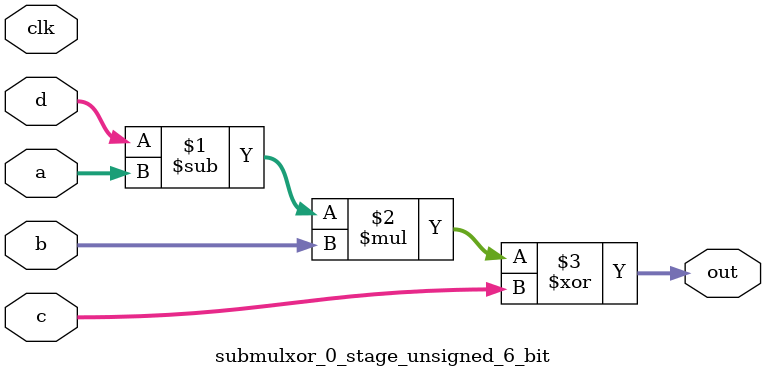
<source format=sv>
(* use_dsp = "yes" *) module submulxor_0_stage_unsigned_6_bit(
	input  [5:0] a,
	input  [5:0] b,
	input  [5:0] c,
	input  [5:0] d,
	output [5:0] out,
	input clk);

	assign out = ((d - a) * b) ^ c;
endmodule

</source>
